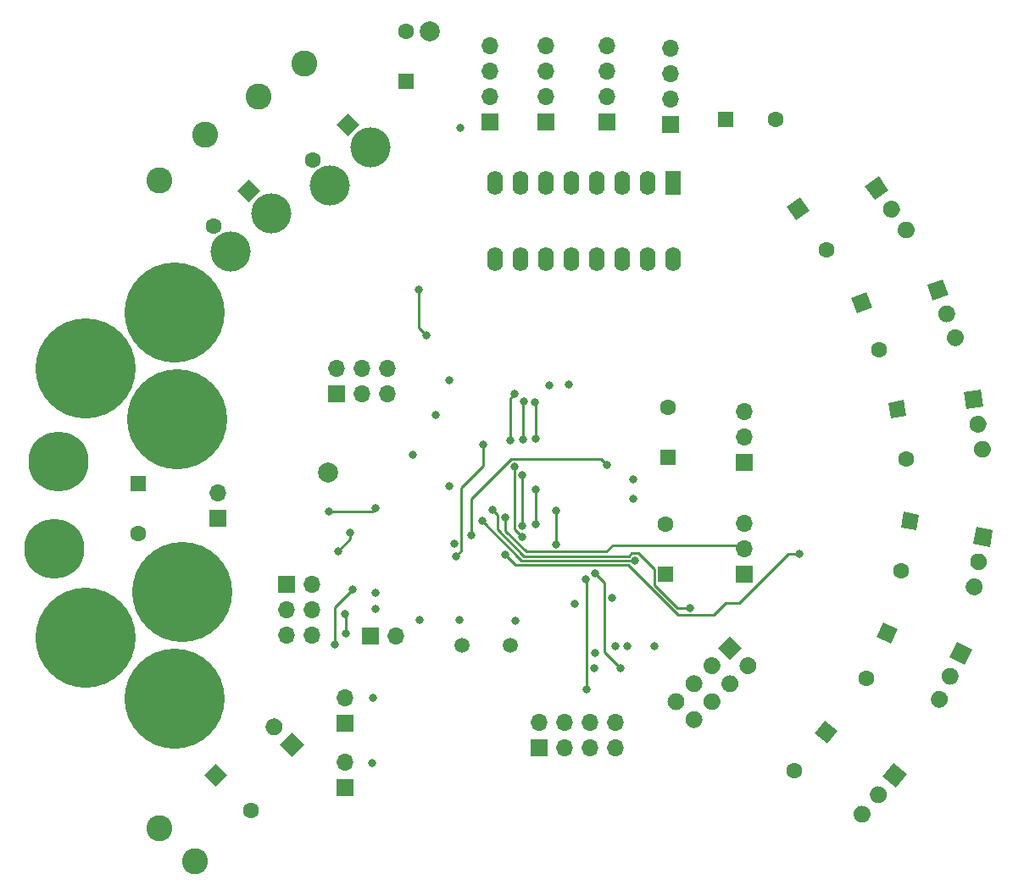
<source format=gbr>
%TF.GenerationSoftware,KiCad,Pcbnew,(5.1.6-0-10_14)*%
%TF.CreationDate,2021-08-28T18:32:45-05:00*%
%TF.ProjectId,atmega2560_led_driver,61746d65-6761-4323-9536-305f6c65645f,rev?*%
%TF.SameCoordinates,Original*%
%TF.FileFunction,Copper,L4,Bot*%
%TF.FilePolarity,Positive*%
%FSLAX46Y46*%
G04 Gerber Fmt 4.6, Leading zero omitted, Abs format (unit mm)*
G04 Created by KiCad (PCBNEW (5.1.6-0-10_14)) date 2021-08-28 18:32:45*
%MOMM*%
%LPD*%
G01*
G04 APERTURE LIST*
%TA.AperFunction,ComponentPad*%
%ADD10C,2.600000*%
%TD*%
%TA.AperFunction,ComponentPad*%
%ADD11R,1.700000X1.700000*%
%TD*%
%TA.AperFunction,ComponentPad*%
%ADD12O,1.700000X1.700000*%
%TD*%
%TA.AperFunction,ComponentPad*%
%ADD13C,0.100000*%
%TD*%
%TA.AperFunction,ComponentPad*%
%ADD14C,1.500000*%
%TD*%
%TA.AperFunction,ComponentPad*%
%ADD15C,1.600000*%
%TD*%
%TA.AperFunction,ComponentPad*%
%ADD16R,1.600000X1.600000*%
%TD*%
%TA.AperFunction,ComponentPad*%
%ADD17R,1.600000X2.400000*%
%TD*%
%TA.AperFunction,ComponentPad*%
%ADD18O,1.600000X2.400000*%
%TD*%
%TA.AperFunction,ComponentPad*%
%ADD19C,6.000000*%
%TD*%
%TA.AperFunction,ViaPad*%
%ADD20C,0.800000*%
%TD*%
%TA.AperFunction,ViaPad*%
%ADD21C,2.000000*%
%TD*%
%TA.AperFunction,ViaPad*%
%ADD22C,4.000000*%
%TD*%
%TA.AperFunction,ViaPad*%
%ADD23C,10.000000*%
%TD*%
%TA.AperFunction,Conductor*%
%ADD24C,0.250000*%
%TD*%
G04 APERTURE END LIST*
D10*
%TO.P,J3,1*%
%TO.N,+9V*%
X119126000Y-138684000D03*
%TD*%
%TO.P,J4,1*%
%TO.N,GND*%
X122682000Y-141986000D03*
%TD*%
D11*
%TO.P,J5,1*%
%TO.N,GND*%
X140136000Y-119440000D03*
D12*
%TO.P,J5,2*%
%TO.N,/NRST*%
X142676000Y-119440000D03*
%TD*%
D11*
%TO.P,J8,1*%
%TO.N,Net-(J8-Pad1)*%
X137666000Y-134560000D03*
D12*
%TO.P,J8,2*%
%TO.N,+5V*%
X137666000Y-132020000D03*
%TD*%
%TO.P,J9,2*%
%TO.N,+5V*%
X137636000Y-125610000D03*
D11*
%TO.P,J9,1*%
%TO.N,Net-(J9-Pad1)*%
X137636000Y-128150000D03*
%TD*%
D12*
%TO.P,J12,2*%
%TO.N,Net-(J12-Pad2)*%
X124968000Y-105156000D03*
D11*
%TO.P,J12,1*%
%TO.N,GND*%
X124968000Y-107696000D03*
%TD*%
%TA.AperFunction,ComponentPad*%
D13*
%TO.P,J14,1*%
%TO.N,GND*%
G36*
X132334000Y-129099918D02*
G01*
X133536082Y-130302000D01*
X132334000Y-131504082D01*
X131131918Y-130302000D01*
X132334000Y-129099918D01*
G37*
%TD.AperFunction*%
%TO.P,J14,2*%
%TO.N,Net-(J14-Pad2)*%
%TA.AperFunction,ComponentPad*%
G36*
G01*
X131138990Y-127904908D02*
X131138990Y-127904908D01*
G75*
G02*
X131138990Y-129106990I-601041J-601041D01*
G01*
X131138990Y-129106990D01*
G75*
G02*
X129936908Y-129106990I-601041J601041D01*
G01*
X129936908Y-129106990D01*
G75*
G02*
X129936908Y-127904908I601041J601041D01*
G01*
X129936908Y-127904908D01*
G75*
G02*
X131138990Y-127904908I601041J-601041D01*
G01*
G37*
%TD.AperFunction*%
%TD*%
D12*
%TO.P,J15,3*%
%TO.N,GND*%
X177546000Y-97028000D03*
%TO.P,J15,2*%
%TO.N,/ATMEGA_D12_LED_OUT_1*%
X177546000Y-99568000D03*
D11*
%TO.P,J15,1*%
%TO.N,+5V*%
X177546000Y-102108000D03*
%TD*%
%TO.P,J16,1*%
%TO.N,+5V*%
X177546000Y-113284000D03*
D12*
%TO.P,J16,2*%
%TO.N,/ATMEGA_D6_LED_OUT_2*%
X177546000Y-110744000D03*
%TO.P,J16,3*%
%TO.N,GND*%
X177546000Y-108204000D03*
%TD*%
%TO.P,J17,3*%
%TO.N,GND*%
%TA.AperFunction,ComponentPad*%
G36*
G01*
X188615501Y-136695137D02*
X188615501Y-136695137D01*
G75*
G02*
X189813008Y-136590368I651138J-546369D01*
G01*
X189813008Y-136590368D01*
G75*
G02*
X189917777Y-137787875I-546369J-651138D01*
G01*
X189917777Y-137787875D01*
G75*
G02*
X188720270Y-137892644I-651138J546369D01*
G01*
X188720270Y-137892644D01*
G75*
G02*
X188615501Y-136695137I546369J651138D01*
G01*
G37*
%TD.AperFunction*%
%TO.P,J17,2*%
%TO.N,/ATMEGA_D7_LED_OUT_3*%
%TA.AperFunction,ComponentPad*%
G36*
G01*
X190248181Y-134749384D02*
X190248181Y-134749384D01*
G75*
G02*
X191445688Y-134644615I651138J-546369D01*
G01*
X191445688Y-134644615D01*
G75*
G02*
X191550457Y-135842122I-546369J-651138D01*
G01*
X191550457Y-135842122D01*
G75*
G02*
X190352950Y-135946891I-651138J546369D01*
G01*
X190352950Y-135946891D01*
G75*
G02*
X190248181Y-134749384I546369J651138D01*
G01*
G37*
%TD.AperFunction*%
%TA.AperFunction,ComponentPad*%
D13*
%TO.P,J17,1*%
%TO.N,+5V*%
G36*
X191334493Y-133454768D02*
G01*
X192427232Y-132152493D01*
X193729507Y-133245232D01*
X192636768Y-134547507D01*
X191334493Y-133454768D01*
G37*
%TD.AperFunction*%
%TD*%
%TA.AperFunction,ComponentPad*%
%TO.P,J18,1*%
%TO.N,+5V*%
G36*
X198006413Y-121569136D02*
G01*
X198724864Y-120028413D01*
X200265587Y-120746864D01*
X199547136Y-122287587D01*
X198006413Y-121569136D01*
G37*
%TD.AperFunction*%
%TO.P,J18,2*%
%TO.N,/ATMEGA_D8_LED_OUT_4*%
%TA.AperFunction,ComponentPad*%
G36*
G01*
X197292188Y-123100796D02*
X197292188Y-123100796D01*
G75*
G02*
X198421776Y-122689660I770362J-359226D01*
G01*
X198421776Y-122689660D01*
G75*
G02*
X198832912Y-123819248I-359226J-770362D01*
G01*
X198832912Y-123819248D01*
G75*
G02*
X197703324Y-124230384I-770362J359226D01*
G01*
X197703324Y-124230384D01*
G75*
G02*
X197292188Y-123100796I359226J770362D01*
G01*
G37*
%TD.AperFunction*%
%TO.P,J18,3*%
%TO.N,GND*%
%TA.AperFunction,ComponentPad*%
G36*
G01*
X196218737Y-125402818D02*
X196218737Y-125402818D01*
G75*
G02*
X197348325Y-124991682I770362J-359226D01*
G01*
X197348325Y-124991682D01*
G75*
G02*
X197759461Y-126121270I-359226J-770362D01*
G01*
X197759461Y-126121270D01*
G75*
G02*
X196629873Y-126532406I-770362J359226D01*
G01*
X196629873Y-126532406D01*
G75*
G02*
X196218737Y-125402818I359226J770362D01*
G01*
G37*
%TD.AperFunction*%
%TD*%
D10*
%TO.P,J19,1*%
%TO.N,+5V*%
X133604000Y-62230000D03*
%TD*%
%TO.P,J20,1*%
%TO.N,GND*%
X129032000Y-65532000D03*
%TD*%
%TO.P,J21,1*%
%TO.N,+5V*%
X123698000Y-69342000D03*
%TD*%
%TO.P,J22,1*%
%TO.N,GND*%
X119126000Y-73914000D03*
%TD*%
%TO.P,J23,3*%
%TO.N,GND*%
%TA.AperFunction,ComponentPad*%
G36*
G01*
X199635846Y-114367810D02*
X199635846Y-114367810D01*
G75*
G02*
X200620534Y-113678324I837087J-147601D01*
G01*
X200620534Y-113678324D01*
G75*
G02*
X201310020Y-114663012I-147601J-837087D01*
G01*
X201310020Y-114663012D01*
G75*
G02*
X200325332Y-115352498I-837087J147601D01*
G01*
X200325332Y-115352498D01*
G75*
G02*
X199635846Y-114367810I147601J837087D01*
G01*
G37*
%TD.AperFunction*%
%TO.P,J23,2*%
%TO.N,/ATMEGA_D9_LED_OUT_5*%
%TA.AperFunction,ComponentPad*%
G36*
G01*
X200076913Y-111866399D02*
X200076913Y-111866399D01*
G75*
G02*
X201061601Y-111176913I837087J-147601D01*
G01*
X201061601Y-111176913D01*
G75*
G02*
X201751087Y-112161601I-147601J-837087D01*
G01*
X201751087Y-112161601D01*
G75*
G02*
X200766399Y-112851087I-837087J147601D01*
G01*
X200766399Y-112851087D01*
G75*
G02*
X200076913Y-111866399I147601J837087D01*
G01*
G37*
%TD.AperFunction*%
%TA.AperFunction,ComponentPad*%
D13*
%TO.P,J23,1*%
%TO.N,+5V*%
G36*
X200370378Y-110202074D02*
G01*
X200665580Y-108527900D01*
X202339754Y-108823102D01*
X202044552Y-110497276D01*
X200370378Y-110202074D01*
G37*
%TD.AperFunction*%
%TD*%
%TA.AperFunction,ComponentPad*%
%TO.P,J24,1*%
%TO.N,+5V*%
G36*
X199716514Y-96742688D02*
G01*
X199421312Y-95068514D01*
X201095486Y-94773312D01*
X201390688Y-96447486D01*
X199716514Y-96742688D01*
G37*
%TD.AperFunction*%
%TO.P,J24,2*%
%TO.N,/ATMEGA_D5_LED_OUT_6*%
%TA.AperFunction,ComponentPad*%
G36*
G01*
X200009979Y-98407013D02*
X200009979Y-98407013D01*
G75*
G02*
X200699465Y-97422325I837087J147601D01*
G01*
X200699465Y-97422325D01*
G75*
G02*
X201684153Y-98111811I147601J-837087D01*
G01*
X201684153Y-98111811D01*
G75*
G02*
X200994667Y-99096499I-837087J-147601D01*
G01*
X200994667Y-99096499D01*
G75*
G02*
X200009979Y-98407013I-147601J837087D01*
G01*
G37*
%TD.AperFunction*%
%TO.P,J24,3*%
%TO.N,GND*%
%TA.AperFunction,ComponentPad*%
G36*
G01*
X200451046Y-100908424D02*
X200451046Y-100908424D01*
G75*
G02*
X201140532Y-99923736I837087J147601D01*
G01*
X201140532Y-99923736D01*
G75*
G02*
X202125220Y-100613222I147601J-837087D01*
G01*
X202125220Y-100613222D01*
G75*
G02*
X201435734Y-101597910I-837087J-147601D01*
G01*
X201435734Y-101597910D01*
G75*
G02*
X200451046Y-100908424I-147601J837087D01*
G01*
G37*
%TD.AperFunction*%
%TD*%
%TO.P,J25,3*%
%TO.N,GND*%
%TA.AperFunction,ComponentPad*%
G36*
G01*
X197788723Y-89900356D02*
X197788723Y-89900356D01*
G75*
G02*
X198296745Y-88810900I798739J290717D01*
G01*
X198296745Y-88810900D01*
G75*
G02*
X199386201Y-89318922I290717J-798739D01*
G01*
X199386201Y-89318922D01*
G75*
G02*
X198878179Y-90408378I-798739J-290717D01*
G01*
X198878179Y-90408378D01*
G75*
G02*
X197788723Y-89900356I-290717J798739D01*
G01*
G37*
%TD.AperFunction*%
%TO.P,J25,2*%
%TO.N,/ATMEGA_D4_LED_OUT_7*%
%TA.AperFunction,ComponentPad*%
G36*
G01*
X196919992Y-87513536D02*
X196919992Y-87513536D01*
G75*
G02*
X197428014Y-86424080I798739J290717D01*
G01*
X197428014Y-86424080D01*
G75*
G02*
X198517470Y-86932102I290717J-798739D01*
G01*
X198517470Y-86932102D01*
G75*
G02*
X198009448Y-88021558I-798739J-290717D01*
G01*
X198009448Y-88021558D01*
G75*
G02*
X196919992Y-87513536I-290717J798739D01*
G01*
G37*
%TD.AperFunction*%
%TA.AperFunction,ComponentPad*%
%TO.P,J25,1*%
%TO.N,+5V*%
G36*
X196341978Y-85925456D02*
G01*
X195760544Y-84327978D01*
X197358022Y-83746544D01*
X197939456Y-85344022D01*
X196341978Y-85925456D01*
G37*
%TD.AperFunction*%
%TD*%
%TA.AperFunction,ComponentPad*%
%TO.P,J26,1*%
%TO.N,+5V*%
G36*
X190545261Y-75859819D02*
G01*
X189570181Y-74467261D01*
X190962739Y-73492181D01*
X191937819Y-74884739D01*
X190545261Y-75859819D01*
G37*
%TD.AperFunction*%
%TO.P,J26,2*%
%TO.N,/ATMEGA_D13_LED_OUT_8*%
%TA.AperFunction,ComponentPad*%
G36*
G01*
X191514605Y-77244186D02*
X191514605Y-77244186D01*
G75*
G02*
X191723344Y-76060367I696279J487540D01*
G01*
X191723344Y-76060367D01*
G75*
G02*
X192907163Y-76269106I487540J-696279D01*
G01*
X192907163Y-76269106D01*
G75*
G02*
X192698424Y-77452925I-696279J-487540D01*
G01*
X192698424Y-77452925D01*
G75*
G02*
X191514605Y-77244186I-487540J696279D01*
G01*
G37*
%TD.AperFunction*%
%TO.P,J26,3*%
%TO.N,GND*%
%TA.AperFunction,ComponentPad*%
G36*
G01*
X192971489Y-79324832D02*
X192971489Y-79324832D01*
G75*
G02*
X193180228Y-78141013I696279J487540D01*
G01*
X193180228Y-78141013D01*
G75*
G02*
X194364047Y-78349752I487540J-696279D01*
G01*
X194364047Y-78349752D01*
G75*
G02*
X194155308Y-79533571I-696279J-487540D01*
G01*
X194155308Y-79533571D01*
G75*
G02*
X192971489Y-79324832I-487540J696279D01*
G01*
G37*
%TD.AperFunction*%
%TD*%
D14*
%TO.P,Y1,1*%
%TO.N,/XTAL1_HI*%
X154178000Y-120396000D03*
%TO.P,Y1,2*%
%TO.N,/XTAL2_HI*%
X149298000Y-120396000D03*
%TD*%
D15*
%TO.P,C1,2*%
%TO.N,GND*%
X180656000Y-67810000D03*
D16*
%TO.P,C1,1*%
%TO.N,+9V*%
X175656000Y-67810000D03*
%TD*%
D15*
%TO.P,C2,2*%
%TO.N,GND*%
X143764000Y-59008000D03*
D16*
%TO.P,C2,1*%
%TO.N,+9V*%
X143764000Y-64008000D03*
%TD*%
%TO.P,C3,1*%
%TO.N,+5V*%
X116936000Y-104220000D03*
D15*
%TO.P,C3,2*%
%TO.N,GND*%
X116936000Y-109220000D03*
%TD*%
%TO.P,C4,2*%
%TO.N,GND*%
X128249534Y-136885534D03*
%TA.AperFunction,ComponentPad*%
D13*
%TO.P,C4,1*%
%TO.N,+9V*%
G36*
X123582629Y-133350000D02*
G01*
X124714000Y-132218629D01*
X125845371Y-133350000D01*
X124714000Y-134481371D01*
X123582629Y-133350000D01*
G37*
%TD.AperFunction*%
%TD*%
D16*
%TO.P,C14,1*%
%TO.N,+5V*%
X169926000Y-101600000D03*
D15*
%TO.P,C14,2*%
%TO.N,GND*%
X169926000Y-96600000D03*
%TD*%
%TO.P,C15,2*%
%TO.N,GND*%
X169672000Y-108284000D03*
D16*
%TO.P,C15,1*%
%TO.N,+5V*%
X169672000Y-113284000D03*
%TD*%
%TA.AperFunction,ComponentPad*%
D13*
%TO.P,C16,1*%
%TO.N,+5V*%
G36*
X185575395Y-127904934D02*
G01*
X186801066Y-128933395D01*
X185772605Y-130159066D01*
X184546934Y-129130605D01*
X185575395Y-127904934D01*
G37*
%TD.AperFunction*%
D15*
%TO.P,C16,2*%
%TO.N,GND*%
X182460062Y-132862222D03*
%TD*%
%TO.P,C17,2*%
%TO.N,GND*%
X189656909Y-123657539D03*
%TA.AperFunction,ComponentPad*%
D13*
%TO.P,C17,1*%
%TO.N,+5V*%
G36*
X191383048Y-118062859D02*
G01*
X192833141Y-118739048D01*
X192156952Y-120189141D01*
X190706859Y-119512952D01*
X191383048Y-118062859D01*
G37*
%TD.AperFunction*%
%TD*%
%TA.AperFunction,ComponentPad*%
%TO.P,C18,1*%
%TO.N,+5V*%
G36*
X137922000Y-67194629D02*
G01*
X139053371Y-68326000D01*
X137922000Y-69457371D01*
X136790629Y-68326000D01*
X137922000Y-67194629D01*
G37*
%TD.AperFunction*%
D15*
%TO.P,C18,2*%
%TO.N,GND*%
X134386466Y-71861534D03*
%TD*%
%TA.AperFunction,ComponentPad*%
D13*
%TO.P,C19,1*%
%TO.N,+5V*%
G36*
X128016000Y-73798629D02*
G01*
X129147371Y-74930000D01*
X128016000Y-76061371D01*
X126884629Y-74930000D01*
X128016000Y-73798629D01*
G37*
%TD.AperFunction*%
D15*
%TO.P,C19,2*%
%TO.N,GND*%
X124480466Y-78465534D03*
%TD*%
%TO.P,C20,2*%
%TO.N,GND*%
X193187759Y-112874039D03*
%TA.AperFunction,ComponentPad*%
D13*
%TO.P,C20,1*%
%TO.N,+5V*%
G36*
X193407072Y-107023235D02*
G01*
X194982765Y-107301072D01*
X194704928Y-108876765D01*
X193129235Y-108598928D01*
X193407072Y-107023235D01*
G37*
%TD.AperFunction*%
%TD*%
%TA.AperFunction,ComponentPad*%
%TO.P,C21,1*%
%TO.N,+5V*%
G36*
X191859235Y-96125072D02*
G01*
X193434928Y-95847235D01*
X193712765Y-97422928D01*
X192137072Y-97700765D01*
X191859235Y-96125072D01*
G37*
%TD.AperFunction*%
D15*
%TO.P,C21,2*%
%TO.N,GND*%
X193654241Y-101698039D03*
%TD*%
%TA.AperFunction,ComponentPad*%
D13*
%TO.P,C22,1*%
%TO.N,+5V*%
G36*
X188204630Y-85627862D02*
G01*
X189708138Y-85080630D01*
X190255370Y-86584138D01*
X188751862Y-87131370D01*
X188204630Y-85627862D01*
G37*
%TD.AperFunction*%
D15*
%TO.P,C22,2*%
%TO.N,GND*%
X190940101Y-90804463D03*
%TD*%
%TO.P,C23,2*%
%TO.N,GND*%
X185747882Y-80803760D03*
%TA.AperFunction,ComponentPad*%
D13*
%TO.P,C23,1*%
%TO.N,+5V*%
G36*
X181765817Y-76511540D02*
G01*
X183076460Y-75593817D01*
X183994183Y-76904460D01*
X182683540Y-77822183D01*
X181765817Y-76511540D01*
G37*
%TD.AperFunction*%
%TD*%
D11*
%TO.P,J7,1*%
%TO.N,/ATMEGA_MISO*%
X131786000Y-114260000D03*
D12*
%TO.P,J7,2*%
%TO.N,+5V*%
X134326000Y-114260000D03*
%TO.P,J7,3*%
%TO.N,/ATMEGA_SCK*%
X131786000Y-116800000D03*
%TO.P,J7,4*%
%TO.N,/ATMEGA_MOSI*%
X134326000Y-116800000D03*
%TO.P,J7,5*%
%TO.N,/NRST*%
X131786000Y-119340000D03*
%TO.P,J7,6*%
%TO.N,GND*%
X134326000Y-119340000D03*
%TD*%
D11*
%TO.P,J10,1*%
%TO.N,+5V*%
X157036000Y-130610000D03*
D12*
%TO.P,J10,2*%
%TO.N,/ATMEGA_D21_INT0*%
X157036000Y-128070000D03*
%TO.P,J10,3*%
%TO.N,/ATMEGA_D3_INT5*%
X159576000Y-130610000D03*
%TO.P,J10,4*%
%TO.N,/ATMEGA_D20_INT1*%
X159576000Y-128070000D03*
%TO.P,J10,5*%
%TO.N,/ATMEGA_D2_INT4*%
X162116000Y-130610000D03*
%TO.P,J10,6*%
%TO.N,/ATMEGA_D19_INT2*%
X162116000Y-128070000D03*
%TO.P,J10,7*%
%TO.N,/ATMEGA_D18_INT3*%
X164656000Y-130610000D03*
%TO.P,J10,8*%
%TO.N,GND*%
X164656000Y-128070000D03*
%TD*%
%TO.P,J11,8*%
%TO.N,GND*%
%TA.AperFunction,ComponentPad*%
G36*
G01*
X171882857Y-127183164D02*
X171882857Y-127183164D01*
G75*
G02*
X173084939Y-127183164I601041J-601041D01*
G01*
X173084939Y-127183164D01*
G75*
G02*
X173084939Y-128385246I-601041J-601041D01*
G01*
X173084939Y-128385246D01*
G75*
G02*
X171882857Y-128385246I-601041J601041D01*
G01*
X171882857Y-128385246D01*
G75*
G02*
X171882857Y-127183164I601041J601041D01*
G01*
G37*
%TD.AperFunction*%
%TO.P,J11,7*%
%TO.N,/ATMEGA_D37_GPIO*%
%TA.AperFunction,ComponentPad*%
G36*
G01*
X170086805Y-125387113D02*
X170086805Y-125387113D01*
G75*
G02*
X171288887Y-125387113I601041J-601041D01*
G01*
X171288887Y-125387113D01*
G75*
G02*
X171288887Y-126589195I-601041J-601041D01*
G01*
X171288887Y-126589195D01*
G75*
G02*
X170086805Y-126589195I-601041J601041D01*
G01*
X170086805Y-126589195D01*
G75*
G02*
X170086805Y-125387113I601041J601041D01*
G01*
G37*
%TD.AperFunction*%
%TO.P,J11,6*%
%TO.N,/ATMEGA_D45_GPIO*%
%TA.AperFunction,ComponentPad*%
G36*
G01*
X173678908Y-125387113D02*
X173678908Y-125387113D01*
G75*
G02*
X174880990Y-125387113I601041J-601041D01*
G01*
X174880990Y-125387113D01*
G75*
G02*
X174880990Y-126589195I-601041J-601041D01*
G01*
X174880990Y-126589195D01*
G75*
G02*
X173678908Y-126589195I-601041J601041D01*
G01*
X173678908Y-126589195D01*
G75*
G02*
X173678908Y-125387113I601041J601041D01*
G01*
G37*
%TD.AperFunction*%
%TO.P,J11,5*%
%TO.N,/ATMEGA_D36_GPIO*%
%TA.AperFunction,ComponentPad*%
G36*
G01*
X171882857Y-123591061D02*
X171882857Y-123591061D01*
G75*
G02*
X173084939Y-123591061I601041J-601041D01*
G01*
X173084939Y-123591061D01*
G75*
G02*
X173084939Y-124793143I-601041J-601041D01*
G01*
X173084939Y-124793143D01*
G75*
G02*
X171882857Y-124793143I-601041J601041D01*
G01*
X171882857Y-124793143D01*
G75*
G02*
X171882857Y-123591061I601041J601041D01*
G01*
G37*
%TD.AperFunction*%
%TO.P,J11,4*%
%TO.N,/ATMEGA_D46_GPIO*%
%TA.AperFunction,ComponentPad*%
G36*
G01*
X175474959Y-123591061D02*
X175474959Y-123591061D01*
G75*
G02*
X176677041Y-123591061I601041J-601041D01*
G01*
X176677041Y-123591061D01*
G75*
G02*
X176677041Y-124793143I-601041J-601041D01*
G01*
X176677041Y-124793143D01*
G75*
G02*
X175474959Y-124793143I-601041J601041D01*
G01*
X175474959Y-124793143D01*
G75*
G02*
X175474959Y-123591061I601041J601041D01*
G01*
G37*
%TD.AperFunction*%
%TO.P,J11,3*%
%TO.N,/ATMEGA_D35_GPIO*%
%TA.AperFunction,ComponentPad*%
G36*
G01*
X173678908Y-121795010D02*
X173678908Y-121795010D01*
G75*
G02*
X174880990Y-121795010I601041J-601041D01*
G01*
X174880990Y-121795010D01*
G75*
G02*
X174880990Y-122997092I-601041J-601041D01*
G01*
X174880990Y-122997092D01*
G75*
G02*
X173678908Y-122997092I-601041J601041D01*
G01*
X173678908Y-122997092D01*
G75*
G02*
X173678908Y-121795010I601041J601041D01*
G01*
G37*
%TD.AperFunction*%
%TO.P,J11,2*%
%TO.N,/ATMEGA_D44_GPIO*%
%TA.AperFunction,ComponentPad*%
G36*
G01*
X177271010Y-121795010D02*
X177271010Y-121795010D01*
G75*
G02*
X178473092Y-121795010I601041J-601041D01*
G01*
X178473092Y-121795010D01*
G75*
G02*
X178473092Y-122997092I-601041J-601041D01*
G01*
X178473092Y-122997092D01*
G75*
G02*
X177271010Y-122997092I-601041J601041D01*
G01*
X177271010Y-122997092D01*
G75*
G02*
X177271010Y-121795010I601041J601041D01*
G01*
G37*
%TD.AperFunction*%
%TA.AperFunction,ComponentPad*%
D13*
%TO.P,J11,1*%
%TO.N,/ATMEGA_D34_GPIO*%
G36*
X174873918Y-120600000D02*
G01*
X176076000Y-119397918D01*
X177278082Y-120600000D01*
X176076000Y-121802082D01*
X174873918Y-120600000D01*
G37*
%TD.AperFunction*%
%TD*%
D12*
%TO.P,J13,6*%
%TO.N,GND*%
X141846000Y-92660000D03*
%TO.P,J13,5*%
%TO.N,/ATMEGA_D0_RX0*%
X141846000Y-95200000D03*
%TO.P,J13,4*%
%TO.N,/NRST*%
X139306000Y-92660000D03*
%TO.P,J13,3*%
%TO.N,/ATMEGA_D1_TX0*%
X139306000Y-95200000D03*
%TO.P,J13,2*%
%TO.N,/ATMEGA_NSS*%
X136766000Y-92660000D03*
D11*
%TO.P,J13,1*%
%TO.N,+5V*%
X136766000Y-95200000D03*
%TD*%
D17*
%TO.P,J6,1*%
%TO.N,/OPTO_INT3_P*%
X170434000Y-74168000D03*
D18*
%TO.P,J6,9*%
%TO.N,GND*%
X152654000Y-81788000D03*
%TO.P,J6,2*%
%TO.N,/OPTO_INT3_N*%
X167894000Y-74168000D03*
%TO.P,J6,10*%
%TO.N,/ATMEGA_D21_INT0*%
X155194000Y-81788000D03*
%TO.P,J6,3*%
%TO.N,/OPTO_INT2_P*%
X165354000Y-74168000D03*
%TO.P,J6,11*%
%TO.N,GND*%
X157734000Y-81788000D03*
%TO.P,J6,4*%
%TO.N,/OPTO_INT2_N*%
X162814000Y-74168000D03*
%TO.P,J6,12*%
%TO.N,/ATMEGA_D20_INT1*%
X160274000Y-81788000D03*
%TO.P,J6,5*%
%TO.N,/OPTO_INT1_P*%
X160274000Y-74168000D03*
%TO.P,J6,13*%
%TO.N,GND*%
X162814000Y-81788000D03*
%TO.P,J6,6*%
%TO.N,/OPTO_INT1_N*%
X157734000Y-74168000D03*
%TO.P,J6,14*%
%TO.N,/ATMEGA_D19_INT2*%
X165354000Y-81788000D03*
%TO.P,J6,7*%
%TO.N,/OPTO_INT0_P*%
X155194000Y-74168000D03*
%TO.P,J6,15*%
%TO.N,GND*%
X167894000Y-81788000D03*
%TO.P,J6,8*%
%TO.N,/OPTO_INT0_N*%
X152654000Y-74168000D03*
%TO.P,J6,16*%
%TO.N,/ATMEGA_D18_INT3*%
X170434000Y-81788000D03*
%TD*%
D19*
%TO.P,J2,1*%
%TO.N,GND*%
X108606000Y-110690000D03*
%TD*%
%TO.P,J1,1*%
%TO.N,+5V*%
X108986000Y-101970000D03*
%TD*%
D11*
%TO.P,J27,1*%
%TO.N,/OPTO_INT0_N*%
X152146000Y-68072000D03*
D12*
%TO.P,J27,2*%
%TO.N,/OPTO_INT0_P*%
X152146000Y-65532000D03*
%TO.P,J27,3*%
%TO.N,+9V*%
X152146000Y-62992000D03*
%TO.P,J27,4*%
%TO.N,GND*%
X152146000Y-60452000D03*
%TD*%
D11*
%TO.P,J28,1*%
%TO.N,/OPTO_INT1_N*%
X157734000Y-68072000D03*
D12*
%TO.P,J28,2*%
%TO.N,/OPTO_INT1_P*%
X157734000Y-65532000D03*
%TO.P,J28,3*%
%TO.N,+9V*%
X157734000Y-62992000D03*
%TO.P,J28,4*%
%TO.N,GND*%
X157734000Y-60452000D03*
%TD*%
%TO.P,J29,4*%
%TO.N,GND*%
X163830000Y-60452000D03*
%TO.P,J29,3*%
%TO.N,+9V*%
X163830000Y-62992000D03*
%TO.P,J29,2*%
%TO.N,/OPTO_INT2_P*%
X163830000Y-65532000D03*
D11*
%TO.P,J29,1*%
%TO.N,/OPTO_INT2_N*%
X163830000Y-68072000D03*
%TD*%
D12*
%TO.P,J30,4*%
%TO.N,GND*%
X170180000Y-60706000D03*
%TO.P,J30,3*%
%TO.N,+9V*%
X170180000Y-63246000D03*
%TO.P,J30,2*%
%TO.N,/OPTO_INT3_P*%
X170180000Y-65786000D03*
D11*
%TO.P,J30,1*%
%TO.N,/OPTO_INT3_N*%
X170180000Y-68326000D03*
%TD*%
D20*
%TO.N,GND*%
X149136000Y-68600000D03*
X160606000Y-116190000D03*
%TO.N,+5V*%
X159946000Y-94300000D03*
X166456000Y-105740000D03*
%TO.N,GND*%
X166446000Y-103740000D03*
X158006000Y-94380000D03*
X154606000Y-117870000D03*
X162556000Y-122670000D03*
X168516000Y-120440000D03*
X164656000Y-120460000D03*
X140676000Y-116750000D03*
X148066000Y-93870000D03*
X149066000Y-117860000D03*
X144426000Y-101330000D03*
D21*
X146126000Y-58952000D03*
D20*
X148066000Y-104440000D03*
D22*
X136144000Y-74422000D03*
X126238000Y-81026000D03*
D23*
X120650000Y-125730000D03*
X121412000Y-115062000D03*
X111760000Y-119634000D03*
D20*
X140446000Y-125600000D03*
X140316000Y-132140000D03*
%TO.N,+5V*%
X164316000Y-115630000D03*
X165796000Y-120440000D03*
X162586000Y-121110000D03*
X140636000Y-115080000D03*
X145066000Y-117790000D03*
X146716000Y-97370000D03*
D21*
X135976000Y-103110000D03*
D22*
X140208000Y-70612000D03*
X130302000Y-77216000D03*
D23*
X120650000Y-87122000D03*
X111760000Y-92710000D03*
X120904000Y-97790000D03*
D20*
%TO.N,/ATMEGA_D12_LED_OUT_1*%
X148538702Y-110190000D03*
X163806000Y-102340000D03*
X150216000Y-109330000D03*
%TO.N,/ATMEGA_D6_LED_OUT_2*%
X153636000Y-107580000D03*
%TO.N,/ATMEGA_D7_LED_OUT_3*%
X152386000Y-106820000D03*
X172046000Y-116600000D03*
%TO.N,/ATMEGA_D8_LED_OUT_4*%
X151336000Y-107950000D03*
X166600979Y-111895021D03*
%TO.N,/ATMEGA_D9_LED_OUT_5*%
X153626000Y-111313002D03*
X182986000Y-111230000D03*
%TO.N,/ATMEGA_D13_LED_OUT_8*%
X148696000Y-111440000D03*
X145026000Y-84770000D03*
X145716000Y-89340000D03*
X151426000Y-100290000D03*
%TO.N,/ATMEGA_D11_GRN_LED*%
X136606000Y-120250000D03*
X138386000Y-114780000D03*
%TO.N,/ATMEGA_D10_RED_LED*%
X137746000Y-119150000D03*
X137656000Y-117250000D03*
%TO.N,/ATMEGA_SCK*%
X136026000Y-106990000D03*
X140656000Y-106630000D03*
%TO.N,/ATMEGA_MOSI*%
X136926000Y-110940000D03*
X138136000Y-109100000D03*
%TO.N,/ATMEGA_D21_INT0*%
X155356000Y-109560000D03*
X154562500Y-102453500D03*
X154106000Y-99890000D03*
X154562500Y-95233500D03*
%TO.N,/ATMEGA_D20_INT1*%
X155287501Y-108418499D03*
X155486000Y-95970000D03*
X155287501Y-103318499D03*
X155436000Y-99770000D03*
%TO.N,/ATMEGA_D19_INT2*%
X156666000Y-108280000D03*
X156636000Y-96100000D03*
X156666000Y-104780000D03*
X156666000Y-99690000D03*
%TO.N,/ATMEGA_D18_INT3*%
X158676000Y-110270000D03*
X158676000Y-106920000D03*
%TO.N,/ATMEGA_D2_INT4*%
X165166000Y-122640000D03*
X162646000Y-113200000D03*
%TO.N,/ATMEGA_D3_INT5*%
X161726000Y-124730000D03*
X161696000Y-113750000D03*
%TD*%
D24*
%TO.N,/ATMEGA_D12_LED_OUT_1*%
X154214499Y-101728499D02*
X150216000Y-105726998D01*
X163194499Y-101728499D02*
X154214499Y-101728499D01*
X163806000Y-102340000D02*
X163194499Y-101728499D01*
X150216000Y-105726998D02*
X150216000Y-109330000D01*
X150216000Y-109330000D02*
X150216000Y-109330000D01*
%TO.N,/ATMEGA_D6_LED_OUT_2*%
X153636000Y-108913002D02*
X155717999Y-110995001D01*
X153636000Y-107580000D02*
X153636000Y-108913002D01*
X177146999Y-110344999D02*
X177546000Y-110744000D01*
X164391001Y-110344999D02*
X177146999Y-110344999D01*
X163740999Y-110995001D02*
X164391001Y-110344999D01*
X155717999Y-110995001D02*
X163740999Y-110995001D01*
%TO.N,/ATMEGA_D7_LED_OUT_3*%
X172046000Y-116600000D02*
X172046000Y-116600000D01*
X166252978Y-111170020D02*
X165977987Y-111445011D01*
X152435999Y-106869999D02*
X152386000Y-106820000D01*
X168546999Y-112768039D02*
X166948980Y-111170020D01*
X168546999Y-114344001D02*
X168546999Y-112768039D01*
X165977987Y-111445011D02*
X155531599Y-111445011D01*
X170802998Y-116600000D02*
X168546999Y-114344001D01*
X166948980Y-111170020D02*
X166252978Y-111170020D01*
X172046000Y-116600000D02*
X170802998Y-116600000D01*
X155531599Y-111445011D02*
X152886000Y-108799412D01*
X152886000Y-107320000D02*
X152386000Y-106820000D01*
X152886000Y-108799412D02*
X152886000Y-107320000D01*
%TO.N,/ATMEGA_D8_LED_OUT_4*%
X155281021Y-111895021D02*
X166600979Y-111895021D01*
X151336000Y-107950000D02*
X155281021Y-111895021D01*
X166600979Y-111895021D02*
X166600979Y-111895021D01*
%TO.N,/ATMEGA_D9_LED_OUT_5*%
X165911619Y-112345031D02*
X170891589Y-117325001D01*
X170891589Y-117325001D02*
X174430999Y-117325001D01*
X154658029Y-112345031D02*
X165911619Y-112345031D01*
X153626000Y-111313002D02*
X154658029Y-112345031D01*
X174430999Y-117325001D02*
X175626000Y-116130000D01*
X176985002Y-116130000D02*
X181885002Y-111230000D01*
X175626000Y-116130000D02*
X176985002Y-116130000D01*
X181885002Y-111230000D02*
X182986000Y-111230000D01*
X182986000Y-111230000D02*
X182986000Y-111230000D01*
%TO.N,/ATMEGA_D13_LED_OUT_8*%
X145026000Y-84770000D02*
X145026000Y-88650000D01*
X145026000Y-88650000D02*
X145716000Y-89340000D01*
X145716000Y-89340000D02*
X145716000Y-89340000D01*
X149263703Y-110872297D02*
X149263703Y-104592297D01*
X148696000Y-111440000D02*
X149263703Y-110872297D01*
X151426000Y-102430000D02*
X151426000Y-100290000D01*
X149263703Y-104592297D02*
X151426000Y-102430000D01*
%TO.N,/ATMEGA_D11_GRN_LED*%
X136606000Y-120250000D02*
X136606000Y-116560000D01*
X136606000Y-116560000D02*
X138386000Y-114780000D01*
X138386000Y-114780000D02*
X138386000Y-114780000D01*
%TO.N,/ATMEGA_D10_RED_LED*%
X137746000Y-117340000D02*
X137656000Y-117250000D01*
X137746000Y-119150000D02*
X137746000Y-117340000D01*
%TO.N,/ATMEGA_SCK*%
X136026000Y-106990000D02*
X140296000Y-106990000D01*
X140296000Y-106990000D02*
X140656000Y-106630000D01*
X140656000Y-106630000D02*
X140656000Y-106630000D01*
%TO.N,/ATMEGA_MOSI*%
X136926000Y-110940000D02*
X138136000Y-109730000D01*
X138136000Y-109730000D02*
X138136000Y-109100000D01*
X138136000Y-109100000D02*
X138136000Y-109100000D01*
%TO.N,/ATMEGA_D21_INT0*%
X154562500Y-108766500D02*
X154562500Y-103663500D01*
X155356000Y-109560000D02*
X154562500Y-108766500D01*
X154562500Y-103663500D02*
X154562500Y-102453500D01*
X154562500Y-95233500D02*
X154562500Y-95233500D01*
X154106000Y-95690000D02*
X154562500Y-95233500D01*
X154106000Y-99890000D02*
X154106000Y-95690000D01*
%TO.N,/ATMEGA_D20_INT1*%
X155287501Y-108418499D02*
X155287501Y-105198499D01*
X155287501Y-105198499D02*
X155287501Y-103318499D01*
X155436000Y-96020000D02*
X155486000Y-95970000D01*
X155436000Y-99770000D02*
X155436000Y-96020000D01*
%TO.N,/ATMEGA_D19_INT2*%
X156666000Y-108280000D02*
X156666000Y-106500000D01*
X156666000Y-106500000D02*
X156666000Y-104780000D01*
X156666000Y-96130000D02*
X156636000Y-96100000D01*
X156666000Y-99690000D02*
X156666000Y-96130000D01*
%TO.N,/ATMEGA_D18_INT3*%
X158676000Y-110270000D02*
X158676000Y-106920000D01*
X158676000Y-106920000D02*
X158676000Y-106920000D01*
%TO.N,/ATMEGA_D2_INT4*%
X165166000Y-122640000D02*
X163556000Y-121030000D01*
X163556000Y-121030000D02*
X163556000Y-114690000D01*
X163556000Y-114690000D02*
X163556000Y-114110000D01*
X163556000Y-114110000D02*
X162646000Y-113200000D01*
X162646000Y-113200000D02*
X162646000Y-113200000D01*
%TO.N,/ATMEGA_D3_INT5*%
X161726000Y-113780000D02*
X161696000Y-113750000D01*
X161726000Y-124730000D02*
X161726000Y-113780000D01*
%TD*%
M02*

</source>
